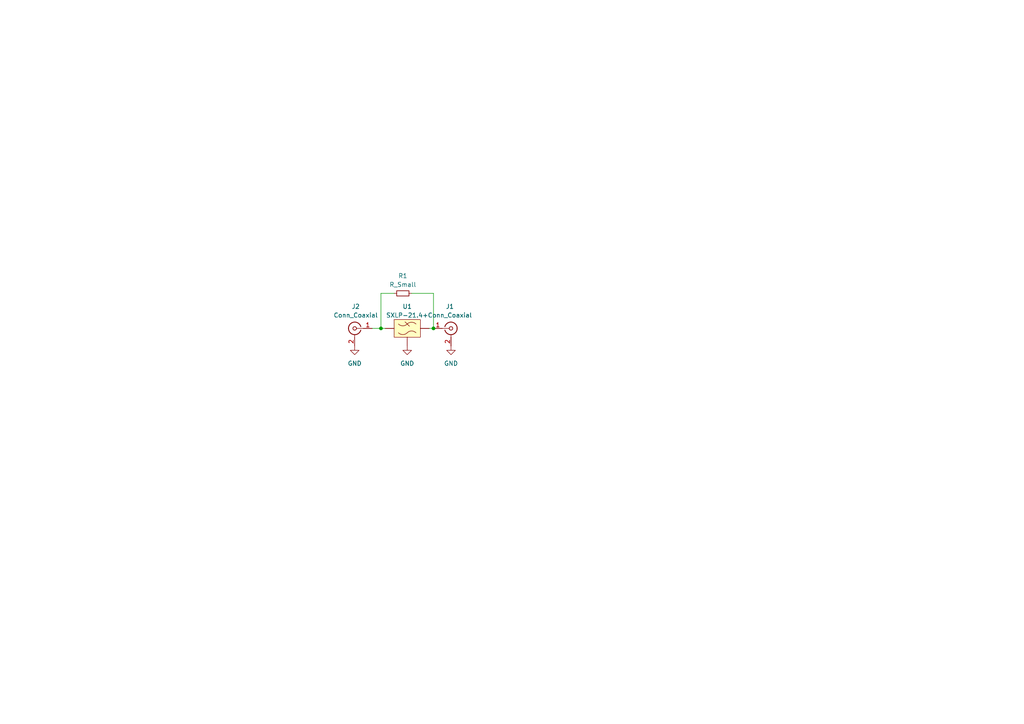
<source format=kicad_sch>
(kicad_sch (version 20230121) (generator eeschema)
  (paper "A4")
  (lib_symbols
    (symbol "BioMEMS:SXLP-21.4+" (pin_numbers hide) (pin_names hide)
      (property "Reference" "U2" (at 0 6.4557 0))
      (property "Value" "SXLP-21.4+" (at 0 3.6806 0))
      (symbol "SXLP-21.4+_0_1"
        (rectangle (start -3.81 2.54) (end 3.81 -2.54) (stroke (width 0.1524)) (fill (type background)))
        (arc (start -2.54 -1.2702) (mid -1.27 -1.7962) (end 0 -1.2702) (stroke (width 0.1524)))
        (arc (start -2.54 1.27) (mid -1.27 0.744) (end 0 1.27) (stroke (width 0.1524)))
        (polyline (pts (xy -0.635 1.905) (xy 0.635 0.635)) (stroke (width 0.1524)))
        (arc (start 2.54 -1.2701) (mid 1.27 -0.7441) (end 0 -1.2701) (stroke (width 0.1524)))
        (arc (start 2.54 1.2701) (mid 1.27 1.7961) (end 0 1.2701) (stroke (width 0.1524)))
      )
      (symbol "SXLP-21.4+_1_1"
        (pin input line (at -6.35 0 0) (length 2.54) (name "") (number "1"))
        (pin power_in line (at 0 -5.08 90) (length 2.54) (name "GND") (number "2"))
        (pin passive line (at 0 -5.08 90) (length 0) hide (name "GND") (number "3"))
        (pin passive line (at 0 -5.08 90) (length 0) hide (name "GND") (number "4"))
        (pin passive line (at 0 -5.08 90) (length 0) hide (name "GND") (number "5"))
        (pin passive line (at 0 -5.08 90) (length 0) hide (name "GND") (number "6"))
        (pin passive line (at 0 -5.08 90) (length 0) hide (name "GND") (number "7"))
        (pin output line (at 6.35 0 180) (length 2.54) (name "") (number "8"))
      )
    )
    (symbol "Connector:Conn_Coaxial" (pin_names (offset 1.016) hide)
      (property "Reference" "J" (at 0.254 3.048 0))
      (property "Value" "Conn_Coaxial" (at 2.921 0 90))
      (symbol "Conn_Coaxial_0_1"
        (arc (start -1.778 -0.508) (mid 0.2311 -1.8066) (end 1.778 0) (stroke (width 0.254)))
        (polyline (pts (xy -2.54 0) (xy -0.508 0)))
        (polyline (pts (xy 0 -2.54) (xy 0 -1.778)))
        (circle (center 0 0) (radius 0.508) (stroke (width 0.2032)))
        (arc (start 1.778 0) (mid 0.2099 1.8101) (end -1.778 0.508) (stroke (width 0.254)))
      )
      (symbol "Conn_Coaxial_1_1"
        (pin passive line (at -5.08 0 0) (length 2.54) (name "In") (number "1"))
        (pin passive line (at 0 -5.08 90) (length 2.54) (name "Ext") (number "2"))
      )
    )
    (symbol "Device:R_Small" (pin_numbers hide) (pin_names (offset 0.254) hide)
      (property "Reference" "R" (at 0.762 0.508 0))
      (property "Value" "R_Small" (at 0.762 -1.016 0))
      (symbol "R_Small_0_1"
        (rectangle (start -0.762 1.778) (end 0.762 -1.778) (stroke (width 0.2032)))
      )
      (symbol "R_Small_1_1"
        (pin passive line (at 0 2.54 270) (length 0.762) (name "~") (number "1"))
        (pin passive line (at 0 -2.54 90) (length 0.762) (name "~") (number "2"))
      )
    )
    (symbol "power:GND" (power) (pin_names (offset 0))
      (property "Value" "GND" (at 0 -3.81 0))
      (symbol "GND_0_1"
        (polyline (pts (xy 0 0) (xy 0 -1.27) (xy 1.27 -1.27) (xy 0 -2.54) (xy -1.27 -1.27) (xy 0 -1.27)))
      )
      (symbol "GND_1_1"
        (pin power_in line (at 0 0 270) (length 0) hide (name "GND") (number "1"))
      )
    )
  )
  (junction (at 110.49 95.25))
  (junction (at 125.73 95.25))
  (wire (pts (xy 119.38 85.09) (xy 125.73 85.09)))
  (wire (pts (xy 124.46 95.25) (xy 125.73 95.25)))
  (wire (pts (xy 114.3 85.09) (xy 110.49 85.09)))
  (wire (pts (xy 125.73 85.09) (xy 125.73 95.25)))
  (wire (pts (xy 110.49 85.09) (xy 110.49 95.25)))
  (wire (pts (xy 107.95 95.25) (xy 110.49 95.25)))
  (wire (pts (xy 110.49 95.25) (xy 111.76 95.25)))
  (symbol (lib_id "power:GND") (at 130.81 100.33 0) (unit 1)
    (property "Reference" "#PWR01" (effects hide))
    (property "Value" "GND" (at 130.81 105.41 0))
  )
  (symbol (lib_id "power:GND") (at 118.11 100.33 0) (unit 1)
    (property "Reference" "#PWR02" (effects hide))
    (property "Value" "GND" (at 118.11 105.41 0))
  )
  (symbol (lib_id "Connector:Conn_Coaxial") (at 130.81 95.25 0) (unit 1)
    (property "Reference" "J1" (at 130.4926 88.9 0))
    (property "Value" "Conn_Coaxial" (at 130.4926 91.44 0))
    (property "Footprint" "BioMEMS:CONSMA013.062-Vertical" (effects hide))
    (property "Datasheet" " ~" (effects hide))
  )
  (symbol (lib_id "Device:R_Small") (at 116.84 85.09 90) (unit 1)
    (property "Reference" "R1" (at 116.84 80.01 90))
    (property "Value" "R_Small" (at 116.84 82.55 90))
    (property "Footprint" "Resistor_SMD:R_0603_1608Metric" (effects hide))
  )
  (symbol (lib_id "Connector:Conn_Coaxial") (at 102.87 95.25 0) (mirror y) (unit 1)
    (property "Reference" "J2" (at 103.1874 88.9 0))
    (property "Value" "Conn_Coaxial" (at 103.1874 91.44 0))
    (property "Footprint" "BioMEMS:CONSMA013.062-Vertical" (effects hide))
    (property "Datasheet" " ~" (effects hide))
  )
  (symbol (lib_id "power:GND") (at 102.87 100.33 0) (unit 1)
    (property "Reference" "#PWR03" (effects hide))
    (property "Value" "GND" (at 102.87 105.41 0))
  )
  (symbol (lib_id "BioMEMS:SXLP-21.4+") (at 118.11 95.25 0) (unit 1)
    (property "Reference" "U1" (at 118.11 88.9 0))
    (property "Value" "SXLP-21.4+" (at 118.11 91.44 0))
    (property "Footprint" "BioMEMS:Mini-Circuits_HF1139_LandPatternPL-230_Truncated" (effects hide))
    (property "Datasheet" "https://www.minicircuits.com/pdfs/SXLP-21.4+.pdf" (effects hide))
  )
)
</source>
